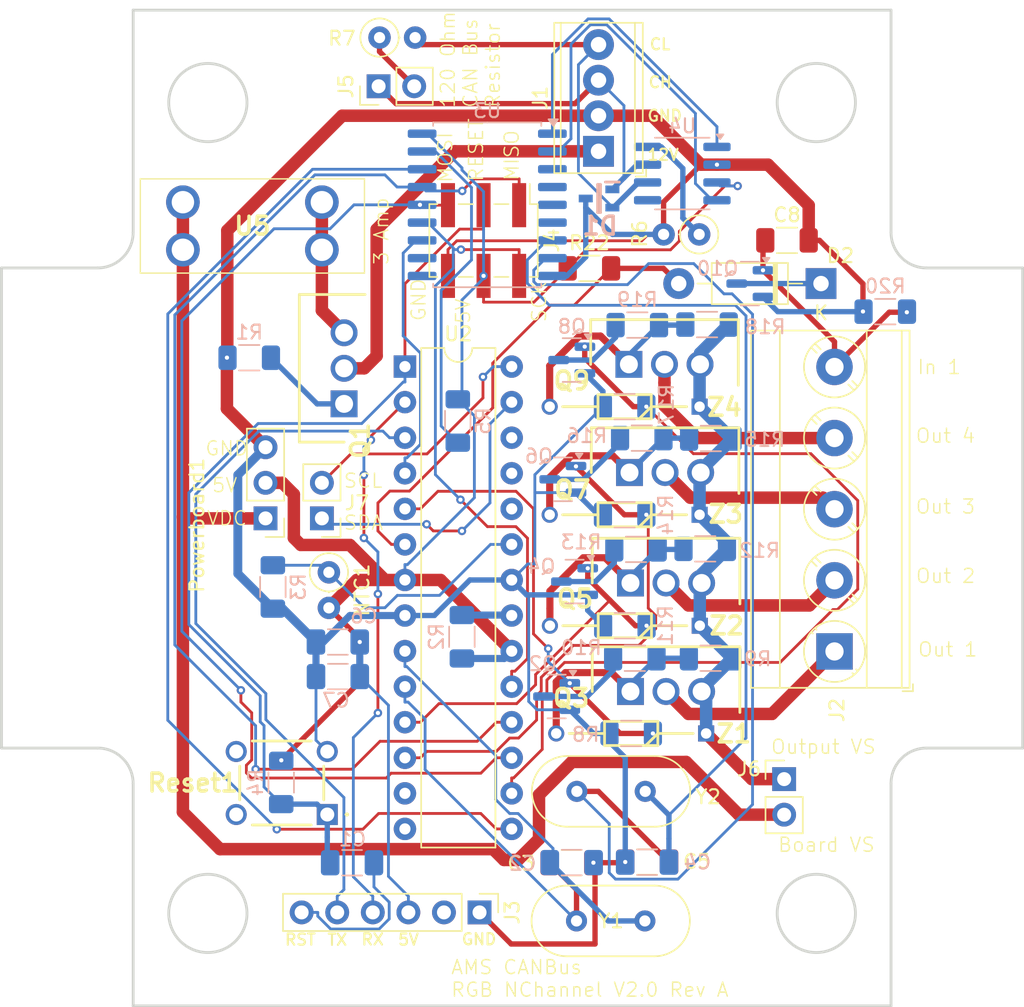
<source format=kicad_pcb>
(kicad_pcb (version 20241229) (generator "pcbnew") (generator_version "9.0")
  (layers (0 "F.Cu" signal) (2 "B.Cu" signal) (13 "F.Paste" user) (15 "B.Paste" user) (5 "F.SilkS" user "F.Silkscreen") (7 "B.SilkS" user "B.Silkscreen") (1 "F.Mask" user) (3 "B.Mask" user) (25 "Edge.Cuts" user))
  (net 0 "")
  (net 1 "GND")
  (net 2 "/BareMinAtmel328P/RESET")
  (net 3 "+5V")
  (net 4 "CANBUS_L")
  (net 5 "CANBUS_H")
  (net 6 "/BareMinAtmel328P/PB5-D13-SCK")
  (net 7 "/BareMinAtmel328P/PB3-D11-MOSI")
  (net 8 "/BareMinAtmel328P/PB4-D12-MISO")
  (net 9 "/BareMinAtmel328P/PD0-RX")
  (net 10 "/BareMinAtmel328P/PD1-TX")
  (net 11 "+VDC")
  (net 12 "/BareMinAtmel328P/PC2-A2")
  (net 13 "/BareMinAtmel328P/PD4-D4")
  (net 14 "/BareMinAtmel328P/PB0-D8")
  (net 15 "SCL")
  (net 16 "/BareMinAtmel328P/PD7-D7")
  (net 17 "/BareMinAtmel328P/PD6-D6")
  (net 18 "/BareMinAtmel328P/PC1-A1")
  (net 19 "/BareMinAtmel328P/PB2-D10-SS")
  (net 20 "SDA")
  (net 21 "/BareMinAtmel328P/PD3-D3")
  (net 22 "/BareMinAtmel328P/PD5-D5")
  (net 23 "/BareMinAtmel328P/PC3-A3")
  (net 24 "/BareMinAtmel328P/PC0-A0")
  (net 25 "Net-(Q1-Pad1)")
  (net 26 "Net-(Q1-Pad3)")
  (net 27 "/BareMinAtmel328P/AREF")
  (net 30 "/BareMinAtmel328P/PB1-D9")
  (net 31 "/BareMinAtmel328P/PD2-D2")
  (net 32 "/CANBUS-MCP2515/RXtoCANTC")
  (net 33 "/CANBUS-MCP2515/TXtoCANTC")
  (net 34 "Net-(J3-Pin_6)")
  (net 35 "Net-(U2-XTAL1{slash}PB6)")
  (net 36 "Net-(U2-XTAL2{slash}PB7)")
  (net 37 "Net-(U3-OSC2)")
  (net 38 "Net-(U3-OSC1)")
  (net 39 "Net-(J1-Pin_1)")
  (net 41 "Net-(J5-Pin_2)")
  (net 42 "Net-(U3-~{RESET})")
  (net 43 "Net-(U4-Rs)")
  (net 51 "/Output12v/Out4")
  (net 52 "/Output12v/Out2")
  (net 53 "/Output12v/Out3")
  (net 54 "/Output12v/Out1")
  (net 55 "Net-(Q2-D)")
  (net 56 "Net-(Q3-Pad1)")
  (net 57 "Net-(Q4-D)")
  (net 58 "Net-(Q5-Pad1)")
  (net 59 "Net-(Q6-D)")
  (net 60 "Net-(Q7-Pad1)")
  (net 61 "Net-(Q8-D)")
  (net 62 "Net-(Q9-Pad1)")
  (net 63 "Net-(J2-Pin_5)")
  (net 64 "Net-(D2-K)")
  (net 65 "/Output12v/VS")
  (footprint "Capacitor_SMD:C_1206_3216Metric_Pad1.33x1.80mm_HandSolder" (layer "F.Cu") (at 152.8219 117.1952)
    (property "Reference" "C3")
    (property "Value" "22pf")
  )
  (footprint "SamacSys_Parts:TO254P469X1042X1967-3P" (layer "F.Cu") (at 157.0299 104.9668)
    (property "Reference" "Q3")
    (property "Value" "IRF9Z34NPBF" (hide yes))
  )
  (footprint "Connector_PinHeader_2.54mm:PinHeader_1x02_P2.54mm_Vertical" (layer "F.Cu") (at 135 92.6026 180)
    (property "Reference" "J7")
    (property "Value" "Conn_01x02")
  )
  (footprint "SamacSys_Parts:TO254P469X1042X1967-3P" (layer "F.Cu") (at 157.0299 97.2157)
    (property "Reference" "Q5")
    (property "Value" "IRF9Z34NPBF" (hide yes))
  )
  (footprint "Resistor_THT:R_Axial_DIN0207_L6.3mm_D2.5mm_P2.54mm_Vertical" (layer "F.Cu") (at 139.1161 58.2607)
    (property "Reference" "R7")
    (property "Value" "120")
  )
  (footprint "Diode_THT:D_DO-41_SOD81_P10.16mm_Horizontal" (layer "F.Cu") (at 170.6322 75.8312 180)
    (property "Reference" "D2")
    (property "Value" "1N4007")
  )
  (footprint "TerminalBlock_Phoenix:TerminalBlock_Phoenix_MPT-0,5-4-2.54_1x04_P2.54mm_Horizontal" (layer "F.Cu") (at 154.748 66.3848 90)
    (property "Reference" "J1")
    (property "Value" "Power_And_CAN")
  )
  (footprint "TerminalBlock_Phoenix:TerminalBlock_Phoenix_MKDS-3-5-5.08_1x05_P5.08mm_Horizontal" (layer "F.Cu") (at 171.5946 102.1056 90)
    (property "Reference" "J2")
    (property "Value" "Screw_Terminal_01x05")
  )
  (footprint "Resistor_THT:R_Axial_DIN0207_L6.3mm_D2.5mm_P2.54mm_Vertical" (layer "F.Cu") (at 135.5 96.455 -90)
    (property "Reference" "NTC1")
    (property "Value" "10k")
  )
  (footprint "SamacSys_Parts:TO254P469X1042X1967-3P" (layer "F.Cu") (at 156.9614 89.3264)
    (property "Reference" "Q7")
    (property "Value" "IRF9Z34NPBF" (hide yes))
  )
  (footprint "Connector_PinHeader_2.54mm:PinHeader_1x06_P2.54mm_Vertical" (layer "F.Cu") (at 146.2546 120.7442 -90)
    (property "Reference" "J3")
    (property "Value" "TTL_Programmer")
  )
  (footprint "SamacSys_Parts:3568" (layer "F.Cu") (at 134.9995 70.018 180)
    (property "Reference" "U5")
    (property "Value" "3568" (hide yes))
  )
  (footprint "SamacSys_Parts:DIOAD1068W53L380D172" (layer "F.Cu") (at 162.4305 107.964 180)
    (property "Reference" "Z1")
    (property "Value" "BZX79C10" (hide yes))
  )
  (footprint "Resistor_SMD:R_1206_3216Metric_Pad1.30x1.75mm_HandSolder" (layer "F.Cu") (at 154.0974 74.7451)
    (property "Reference" "R22")
    (property "Value" "22k")
  )
  (footprint "Resistor_THT:R_Axial_DIN0207_L6.3mm_D2.5mm_P2.54mm_Vertical" (layer "F.Cu") (at 161.9336 72.3189 180)
    (property "Reference" "R6")
    (property "Value" "17k")
  )
  (footprint "SamacSys_Parts:TO254P469X1042X1967-3P" (layer "F.Cu") (at 156.9168 81.6004)
    (property "Reference" "Q9")
    (property "Value" "IRF9Z34NPBF" (hide yes))
  )
  (footprint "Connector_PinHeader_2.54mm:PinHeader_1x03_P2.54mm_Vertical" (layer "F.Cu") (at 130.9763 92.6026 180)
    (property "Reference" "Powerboard1")
    (property "Value" "Conn_01x03" (hide yes))
  )
  (footprint "Connector_PinHeader_2.54mm:PinHeader_2x03_P2.54mm_Vertical_SMD" (layer "F.Cu") (at 146.5423 72.757 -90)
    (property "Reference" "J4")
    (property "Value" "ICSP")
  )
  (footprint "SamacSys_Parts:DIOAD1068W53L380D172" (layer "F.Cu") (at 161.9779 100.2695 180)
    (property "Reference" "Z2")
    (property "Value" "BZX79C10" (hide yes))
  )
  (footprint "Connector_PinHeader_2.54mm:PinHeader_1x02_P2.54mm_Vertical" (layer "F.Cu") (at 168 111.225)
    (property "Reference" "J6")
    (property "Value" "Conn_01x02")
  )
  (footprint "Package_DIP:DIP-28_W7.62mm" (layer "F.Cu") (at 140.9295 81.7618)
    (property "Reference" "U2")
    (property "Value" "ATmega328P-P")
  )
  (footprint "Connector_PinHeader_2.54mm:PinHeader_1x02_P2.54mm_Vertical" (layer "F.Cu") (at 139.0496 61.7385 90)
    (property "Reference" "J5")
    (property "Value" "Conn_01x02")
  )
  (footprint "SamacSys_Parts:TO254P469X1042X1967-3P" (layer "F.Cu") (at 136.586 84.4236 90)
    (property "Reference" "Q1")
    (property "Value" "IRF9Z34NPBF" (hide yes))
  )
  (footprint "Crystal:Crystal_HC49-U_Vertical" (layer "F.Cu") (at 153.2034 112.0996)
    (property "Reference" "Y2")
    (property "Value" "16MHz")
  )
  (footprint "SamacSys_Parts:TS0266160BK260LCRD" (layer "F.Cu") (at 135.3853 113.7525 180)
    (property "Reference" "Reset1")
    (property "Value" "TS02-66-160-BK-260-LCR-D" (hide yes))
  )
  (footprint "Capacitor_SMD:C_1206_3216Metric_Pad1.33x1.80mm_HandSolder" (layer "F.Cu") (at 158.2197 117.145 180)
    (property "Reference" "C5")
    (property "Value" "22pf")
  )
  (footprint "Crystal:Crystal_HC49-U_Vertical" (layer "F.Cu") (at 153.1785 121.354)
    (property "Reference" "Y1")
    (property "Value" "16MHz")
  )
  (footprint "Resistor_SMD:R_1206_3216Metric_Pad1.30x1.75mm_HandSolder" (layer "F.Cu") (at 168.204 72.746)
    (property "Reference" "C8")
    (property "Value" "22nF")
  )
  (footprint "SamacSys_Parts:DIOAD1068W53L380D172" (layer "F.Cu") (at 161.963 84.6243 180)
    (property "Reference" "Z4")
    (property "Value" "BZX79C10" (hide yes))
  )
  (footprint "SamacSys_Parts:DIOAD1068W53L380D172" (layer "F.Cu") (at 161.963 92.3438 180)
    (property "Reference" "Z3")
    (property "Value" "BZX79C10" (hide yes))
  )
  (footprint "Resistor_SMD:R_1206_3216Metric_Pad1.30x1.75mm_HandSolder" (layer "B.Cu") (at 175.2196 77.8379 180)
    (property "Reference" "R20")
    (property "Value" "1M")
  )
  (footprint "Resistor_SMD:R_1206_3216Metric_Pad1.30x1.75mm_HandSolder" (layer "B.Cu") (at 157.8363 86.8704 180)
    (property "Reference" "R16")
    (property "Value" "10k")
  )
  (footprint "Resistor_SMD:R_1206_3216Metric_Pad1.30x1.75mm_HandSolder" (layer "B.Cu") (at 162.3672 94.7788 180)
    (property "Reference" "R12")
    (property "Value" "100k")
  )
  (footprint "Resistor_SMD:R_1206_3216Metric_Pad1.30x1.75mm_HandSolder" (layer "B.Cu") (at 156.613 92.3438 180)
    (property "Reference" "R14")
    (property "Value" "1M")
  )
  (footprint "Resistor_SMD:R_1206_3216Metric_Pad1.30x1.75mm_HandSolder" (layer "B.Cu") (at 157.5182 78.7968 180)
    (property "Reference" "R19")
    (property "Value" "10k")
  )
  (footprint "Capacitor_SMD:C_1206_3216Metric_Pad1.33x1.80mm_HandSolder" (layer "B.Cu") (at 152.8357 117.1843)
    (property "Reference" "C2")
    (property "Value" "22pf")
  )
  (footprint "Package_SO:SOIC-8_3.9x4.9mm_P1.27mm" (layer "B.Cu") (at 160.7283 67.9739 180)
    (property "Reference" "U4")
    (property "Value" "MCP2551-I-SN")
  )
  (footprint "Resistor_SMD:R_1206_3216Metric_Pad1.30x1.75mm_HandSolder" (layer "B.Cu") (at 129.8143 81.1293 180)
    (property "Reference" "R1")
    (property "Value" "10k")
  )
  (footprint "Resistor_SMD:R_1206_3216Metric_Pad1.30x1.75mm_HandSolder" (layer "B.Cu") (at 162.497 78.7591 180)
    (property "Reference" "R18")
    (property "Value" "100k")
  )
  (footprint "Package_TO_SOT_SMD:SOT-23" (layer "B.Cu") (at 152.2037 89.8124 180)
    (property "Reference" "Q6")
    (property "Value" "2N7002")
  )
  (footprint "Resistor_SMD:R_1206_3216Metric_Pad1.30x1.75mm_HandSolder" (layer "B.Cu") (at 132.0964 111.4623 -90)
    (property "Reference" "R4")
    (property "Value" "10k")
  )
  (footprint "Package_TO_SOT_SMD:SOT-23" (layer "B.Cu") (at 152.8391 81.2933 180)
    (property "Reference" "Q8")
    (property "Value" "2N7002")
  )
  (footprint "Capacitor_SMD:C_1206_3216Metric_Pad1.33x1.80mm_HandSolder" (layer "B.Cu") (at 158.2132 117.1594 180)
    (property "Reference" "C4")
    (property "Value" "22pf")
  )
  (footprint "Package_SO:SOIC-18W_7.5x11.6mm_P1.27mm" (layer "B.Cu") (at 146.8051 70.207 180)
    (property "Reference" "U3")
    (property "Value" "MCP2515-xSO")
  )
  (footprint "Resistor_SMD:R_1206_3216Metric_Pad1.30x1.75mm_HandSolder" (layer "B.Cu") (at 144.703 85.6468 90)
    (property "Reference" "R5")
    (property "Value" "10k")
  )
  (footprint "Resistor_SMD:R_1206_3216Metric_Pad1.30x1.75mm_HandSolder" (layer "B.Cu") (at 131.5 97.5 90)
    (property "Reference" "R3")
    (property "Value" "10k")
  )
  (footprint "Resistor_SMD:R_1206_3216Metric_Pad1.30x1.75mm_HandSolder" (layer "B.Cu") (at 162.7648 86.8955 180)
    (property "Reference" "R15")
    (property "Value" "100k")
  )
  (footprint "Capacitor_SMD:C_1206_3216Metric_Pad1.33x1.80mm_HandSolder" (layer "B.Cu") (at 137.1546 117.1997 180)
    (property "Reference" "C1")
    (property "Value" "100nf")
  )
  (footprint "Resistor_SMD:R_1206_3216Metric_Pad1.30x1.75mm_HandSolder" (layer "B.Cu") (at 144.9956 101.059 -90)
    (property "Reference" "R2")
    (property "Value" "4.7k")
  )
  (footprint "Resistor_SMD:R_1206_3216Metric_Pad1.30x1.75mm_HandSolder" (layer "B.Cu") (at 162.7491 102.5913 180)
    (property "Reference" "R9")
    (property "Value" "100k")
  )
  (footprint "Resistor_SMD:R_1206_3216Metric_Pad1.30x1.75mm_HandSolder" (layer "B.Cu") (at 157.0805 107.964 180)
    (property "Reference" "R8")
    (property "Value" "1M")
  )
  (footprint "Resistor_SMD:R_1206_3216Metric_Pad1.30x1.75mm_HandSolder" (layer "B.Cu") (at 157.4261 94.8166 180)
    (property "Reference" "R13")
    (property "Value" "10k")
  )
  (footprint "Resistor_SMD:R_1206_3216Metric_Pad1.30x1.75mm_HandSolder" (layer "B.Cu") (at 157.3404 102.5913 180)
    (property "Reference" "R10")
    (property "Value" "10k")
  )
  (footprint "Resistor_SMD:R_1206_3216Metric_Pad1.30x1.75mm_HandSolder" (layer "B.Cu") (at 156.6279 100.2695 180)
    (property "Reference" "R11")
    (property "Value" "1M")
  )
  (footprint "Package_TO_SOT_SMD:SOT-23" (layer "B.Cu") (at 165.5522 75.8312 180)
    (property "Reference" "Q10")
    (property "Value" "2N7002")
  )
  (footprint "Capacitor_SMD:C_1206_3216Metric_Pad1.33x1.80mm_HandSolder" (layer "B.Cu") (at 136.143 103.9017 180)
    (property "Reference" "C7")
    (property "Value" "100nf")
  )
  (footprint "SamacSys_Parts:SOT65P210X110-3N" (layer "B.Cu") (at 154.787 69.755 180)
    (property "Reference" "D1")
    (property "Value" "PESD5V0L2UU,115" (hide yes))
  )
  (footprint "Capacitor_SMD:C_1206_3216Metric_Pad1.33x1.80mm_HandSolder" (layer "B.Cu") (at 136.1393 101.4318 180)
    (property "Reference" "C6")
    (property "Value" "100nf")
  )
  (footprint "Package_TO_SOT_SMD:SOT-23" (layer "B.Cu") (at 151.7581 105.3238 180)
    (property "Reference" "Q2")
    (property "Value" "2N7002")
  )
  (footprint "Package_TO_SOT_SMD:SOT-23" (layer "B.Cu") (at 153.0389 97.1151 180)
    (property "Reference" "Q4")
    (property "Value" "2N7002")
  )
  (footprint "Resistor_SMD:R_1206_3216Metric_Pad1.30x1.75mm_HandSolder" (layer "B.Cu") (at 156.613 84.6243 180)
    (property "Reference" "R17")
    (property "Value" "1M")
  )
  (gr_curve (pts (xy 175.629317 111.545738) (xy 175.629317 110.142934) (xy 176.766514 109.005738) (xy 178.169317 109.005738)) (stroke (width 0.2)) (layer "Edge.Cuts"))
  (gr_line (start 121.5273 56.300729) (end 121.5273 72.175733) (stroke (width 0.2)) (layer "Edge.Cuts"))
  (gr_curve (pts (xy 118.9873 109.005738) (xy 120.390104 109.005738) (xy 121.5273 110.142934) (xy 121.5273 111.545738)) (stroke (width 0.2)) (layer "Edge.Cuts"))
  (gr_circle (center 170.295309 62.904725) (end 173.089309 62.904725) (stroke (width 0.2)) (fill no) (layer "Edge.Cuts"))
  (gr_line (start 175.629317 127.420721) (end 175.629317 111.545738) (stroke (width 0.2)) (layer "Edge.Cuts"))
  (gr_line (start 185.0273 74.715733) (end 178.169317 74.715733) (stroke (width 0.2)) (layer "Edge.Cuts"))
  (gr_curve (pts (xy 121.5273 72.175733) (xy 121.5273 73.578537) (xy 120.390104 74.715733) (xy 118.9873 74.715733)) (stroke (width 0.2)) (layer "Edge.Cuts"))
  (gr_line (start 121.5273 111.545738) (end 121.5273 127.420721) (stroke (width 0.2)) (layer "Edge.Cuts"))
  (gr_line (start 112.129317 74.715733) (end 112.129317 109.005738) (stroke (width 0.2)) (layer "Edge.Cuts"))
  (gr_line (start 121.5273 127.420721) (end 175.629317 127.420721) (stroke (width 0.2)) (layer "Edge.Cuts"))
  (gr_circle (center 170.295309 120.816725) (end 173.089309 120.816725) (stroke (width 0.2)) (fill no) (layer "Edge.Cuts"))
  (gr_line (start 175.629317 56.300729) (end 121.5273 56.300729) (stroke (width 0.2)) (layer "Edge.Cuts"))
  (gr_line (start 178.169317 109.005738) (end 185.0273 109.005738) (stroke (width 0.2)) (layer "Edge.Cuts"))
  (gr_circle (center 126.861309 62.904725) (end 129.655309 62.904725) (stroke (width 0.2)) (fill no) (layer "Edge.Cuts"))
  (gr_line (start 185.0273 109.005738) (end 185.0273 74.715733) (stroke (width 0.2)) (layer "Edge.Cuts"))
  (gr_line (start 112.129317 109.005738) (end 118.9873 109.005738) (stroke (width 0.2)) (layer "Edge.Cuts"))
  (gr_line (start 118.9873 74.715733) (end 112.129317 74.715733) (stroke (width 0.2)) (layer "Edge.Cuts"))
  (gr_circle (center 126.861309 120.816725) (end 129.655309 120.816725) (stroke (width 0.2)) (fill no) (layer "Edge.Cuts"))
  (gr_curve (pts (xy 178.169317 74.715733) (xy 176.766514 74.715733) (xy 175.629317 73.578537) (xy 175.629317 72.175733)) (stroke (width 0.2)) (layer "Edge.Cuts"))
  (gr_line (start 175.629317 72.175733) (end 175.629317 56.300729) (stroke (width 0.2)) (layer "Edge.Cuts"))
  (gr_text "GND" (at 142.490484 78.577179 90) (layer "F.SilkS") (effects (font (size 1 1) (thickness 0.1)) (justify left bottom)))
  (gr_text "120 Ohm \nCAN Bus \nResistor" (at 147.795716 63.344447 90) (layer "F.SilkS") (effects (font (size 1 1) (thickness 0.1)) (justify left bottom)))
  (gr_text "Out 2" (at 177.341421 97.295976 0) (layer "F.SilkS") (effects (font (size 1 1) (thickness 0.1)) (justify left bottom)))
  (gr_text "Out 1" (at 177.492293 102.551375 0) (layer "F.SilkS") (effects (font (size 1 1) (thickness 0.1)) (justify left bottom)))
  (gr_text "CH" (at 158.238874 61.920088 0) (layer "F.SilkS") (effects (font (size 0.8 0.8) (thickness 0.15) (bold yes)) (justify left bottom)))
  (gr_text "Out 3" (at 177.331994 92.342325 0) (layer "F.SilkS") (effects (font (size 1 1) (thickness 0.1)) (justify left bottom)))
  (gr_text "CL" (at 158.318615 59.208883 0) (layer "F.SilkS") (effects (font (size 0.8 0.8) (thickness 0.15) (bold yes)) (justify left bottom)))
  (gr_text "SDA" (at 136.5 93.5 0) (layer "F.SilkS") (effects (font (size 1 1) (thickness 0.1)) (justify left bottom)))
  (gr_text "SCK" (at 151.09231 78.664331 90) (layer "F.SilkS") (effects (font (size 1 1) (thickness 0.1)) (justify left bottom)))
  (gr_text "GND" (at 144.902849 123.130049 0) (layer "F.SilkS") (effects (font (size 0.8 0.8) (thickness 0.15) (bold yes)) (justify left bottom)))
  (gr_text "RST" (at 132.279025 123.156799 0) (layer "F.SilkS") (effects (font (size 0.8 0.8) (thickness 0.15) (bold yes)) (justify left bottom)))
  (gr_text "5V" (at 140.358383 123.156799 0) (layer "F.SilkS") (effects (font (size 0.8 0.8) (thickness 0.15) (bold yes)) (justify left bottom)))
  (gr_text "In 1" (at 177.452133 82.380536 0) (layer "F.SilkS") (effects (font (size 1 1) (thickness 0.1)) (justify left bottom)))
  (gr_text "Board VS" (at 167.5 116.5 0) (layer "F.SilkS") (effects (font (size 1 1) (thickness 0.1)) (justify left bottom)))
  (gr_text "MOSI" (at 144.39639 68.697574 90) (layer "F.SilkS") (effects (font (size 1 1) (thickness 0.1)) (justify left bottom)))
  (gr_text "GND" (at 158.159133 64.312328 0) (layer "F.SilkS") (effects (font (size 0.8 0.8) (thickness 0.15) (bold yes)) (justify left bottom)))
  (gr_text "RX" (at 137.744473 123.144293 0) (layer "F.SilkS") (effects (font (size 0.8 0.8) (thickness 0.15) (bold yes)) (justify left bottom)))
  (gr_text "GND" (at 126.612709 88.188441 0) (layer "F.SilkS") (effects (font (size 1 1) (thickness 0.1)) (justify left bottom)))
  (gr_text "TX" (at 135.318165 123.169306 0) (layer "F.SilkS") (effects (font (size 0.8 0.8) (thickness 0.15) (bold yes)) (justify left bottom)))
  (gr_text "12V" (at 158.159133 67.103275 0) (layer "F.SilkS") (effects (font (size 0.8 0.8) (thickness 0.15) (bold yes)) (justify left bottom)))
  (gr_text "AMS CANBus\nRGB NChannel V2.0 Rev A" (at 144.161711 126.85172 0) (layer "F.SilkS") (effects (font (size 1 1) (thickness 0.1)) (justify left bottom)))
  (gr_text "SCL" (at 136.5 90.5 0) (layer "F.SilkS") (effects (font (size 1 1) (thickness 0.1)) (justify left bottom)))
  (gr_text "5V" (at 127.091727 90.818777 0) (layer "F.SilkS") (effects (font (size 1 1) (thickness 0.1)) (justify left bottom)))
  (gr_text "3 Amp" (at 139.829903 74.55505 90) (layer "F.SilkS") (effects (font (size 1 1) (thickness 0.1)) (justify left bottom)))
  (gr_text "Output VS" (at 167 109.5 0) (layer "F.SilkS") (effects (font (size 1 1) (thickness 0.1)) (justify left bottom)))
  (gr_text "Out 4\n" (at 177.331994 87.28809 0) (layer "F.SilkS") (effects (font (size 1 1) (thickness 0.1)) (justify left bottom)))
  (gr_text "VDC" (at 126.730054 93.184004 0) (layer "F.SilkS") (effects (font (size 1 1) (thickness 0.1)) (justify left bottom)))
  (gr_text "MISO" (at 149.134678 68.555049 90) (layer "F.SilkS") (effects (font (size 1 1) (thickness 0.1)) (justify left bottom)))
  (gr_text "RESET" (at 146.592921 68.609515 90) (layer "F.SilkS") (effects (font (size 1 1) (thickness 0.1)) (justify left bottom)))
  (gr_text "5V" (at 145.665874 78.768812 90) (layer "F.SilkS") (effects (font (size 1 1) (thickness 0.1)) (justify left bottom)))
  (segment (start 136.445 63.8448) (end 128.247 72.0433) (width 0.889) (layer "F.Cu") (net 1))
  (segment (start 166.851 67.3389) (end 169.754 70.2416) (width 0.889) (layer "F.Cu") (net 1))
  (segment (start 169.754 70.2416) (end 169.754 72.746) (width 0.889) (layer "F.Cu") (net 1))
  (segment (start 128.247 81.0977) (end 128.222 81.1229) (width 0.889) (layer "F.Cu") (net 1))
  (segment (start 158.2919 72.3189) (end 157.8352 72.7756) (width 0.2) (layer "F.Cu") (net 1))
  (segment (start 154.3846 117.195) (end 156.607 117.195) (width 0.381) (layer "F.Cu") (net 1))
  (segment (start 158.565 63.8448) (end 162.059 67.3389) (width 0.889) (layer "F.Cu") (net 1))
  (segment (start 157.8352 72.7756) (end 144.632 72.7756) (width 0.2) (layer "F.Cu") (net 1))
  (segment (start 162.059 67.3389) (end 163.203 67.3389) (width 0.889) (layer "F.Cu") (net 1))
  (segment (start 159.394 72.3189) (end 159.394 70.0043) (width 0.381) (layer "F.Cu") (net 1))
  (segment (start 144.0023 75.282) (end 144.0023 73.4053) (width 0.2) (layer "F.Cu") (net 1))
  (segment (start 154.748 63.8448) (end 136.445 63.8448) (width 0.889) (layer "F.Cu") (net 1))
  (segment (start 159.394 70.0043) (end 162.059 67.3389) (width 0.381) (layer "F.Cu") (net 1))
  (segment (start 159.3936 72.3189) (end 158.2919 72.3189) (width 0.2) (layer "F.Cu") (net 1))
  (segment (start 148.511 123) (end 146.255 120.744) (width 0.381) (layer "F.Cu") (net 1))
  (segment (start 170.528 72.746) (end 169.754 72.746) (width 0.381) (layer "F.Cu") (net 1))
  (segment (start 154.748 63.8448) (end 158.565 63.8448) (width 0.889) (layer "F.Cu") (net 1))
  (segment (start 154.5 123) (end 148.511 123) (width 0.381) (layer "F.Cu") (net 1))
  (segment (start 128.247 72.0433) (end 128.247 81.0977) (width 0.889) (layer "F.Cu") (net 1))
  (segment (start 154.384 117.195) (end 154.5 117.311) (width 0.381) (layer "F.Cu") (net 1))
  (segment (start 173.627 75.8452) (end 170.528 72.746) (width 0.381) (layer "F.Cu") (net 1))
  (segment (start 163.203 67.3389) (end 166.851 67.3389) (width 0.889) (layer "F.Cu") (net 1))
  (segment (start 173.627 77.8252) (end 173.627 75.8452) (width 0.381) (layer "F.Cu") (net 1))
  (segment (start 128.222 81.1229) (end 128.222 84.7679) (width 0.889) (layer "F.Cu") (net 1))
  (segment (start 144.632 72.7756) (end 144.0023 73.4053) (width 0.2) (layer "F.Cu") (net 1))
  (segment (start 154.5 117.311) (end 154.5 123) (width 0.381) (layer "F.Cu") (net 1))
  (segment (start 128.222 84.7679) (end 130.976 87.5226) (width 0.889) (layer "F.Cu") (net 1))
  (via (at 154.384 117.195) (size 0.6) (drill 0.3) (layers "F.Cu" "B.Cu") (net 1))
  (via (at 173.627 77.8252) (size 0.6) (drill 0.3) (layers "F.Cu" "B.Cu") (net 1))
  (via (at 163.203 67.3389) (size 0.6) (drill 0.3) (layers "F.Cu" "B.Cu") (net 1))
  (via (at 156.657 117.145) (size 0.6) (drill 0.3) (layers "F.Cu" "B.Cu") (net 1))
  (via (at 128.222 81.1229) (size 0.6) (drill 0.3) (layers "F.Cu" "B.Cu") (net 1))
  (segment (start 149.6128 98.0651) (end 153.976 98.0651) (width 0.381) (layer "B.Cu") (net 1))
  (segment (start 154.386 107.964) (end 152.696 106.274) (width 0.381) (layer "B.Cu") (net 1))
  (segment (start 155.063 84.6243) (end 155.063 83.5297) (width 0.381) (layer "B.Cu") (net 1))
  (segment (start 153.976 98.0651) (end 153.976 99.168) (width 0.381) (layer "B.Cu") (net 1))
  (segment (start 134.58 108.4472) (end 135.3853 109.2525) (width 0.2) (layer "B.Cu") (net 1))
  (segment (start 135.1098 101.432) (end 137 99.5418) (width 0.508) (layer "B.Cu") (net 1))
  (segment (start 154.42 82.8865) (end 154.4198 82.8865) (width 0.2) (layer "B.Cu") (net 1))
  (segment (start 150.2032 90.7624) (end 150.2032 89.4841) (width 0.2) (layer "B.Cu") (net 1))
  (segment (start 149.765 98.2173) (end 149.765 105.6773) (width 0.2) (layer "B.Cu") (net 1))
  (segment (start 131.5 99.05) (end 129 96.55) (width 0.635) (layer "B.Cu") (net 1))
  (segment (start 153.976 99.168) (end 155.078 100.27) (width 0.381) (layer "B.Cu") (net 1))
  (segment (start 153.837 70.411) (end 155.745 72.3189) (width 0.381) (layer "B.Cu") (net 1))
  (segment (start 153.837 70.411) (end 153.837 73.9301) (width 0.381) (layer "B.Cu") (net 1))
  (segment (start 156.657 109.699) (end 156.657 117.145) (width 0.381) (layer "B.Cu") (net 1))
  (segment (start 149.694 95.8573) (end 148.5495 97.0018) (width 0.2) (layer "B.Cu") (net 1))
  (segment (start 154.4198 82.8865) (end 153.7766 82.2433) (width 0.2) (layer "B.Cu") (net 1))
  (segment (start 153.141 90.7624) (end 150.2032 90.7624) (width 0.2) (layer "B.Cu") (net 1))
  (segment (start 134.58 103.902) (end 134.58 108.4472) (width 0.2) (layer "B.Cu") (net 1))
  (segment (start 153.6683 91.2895) (end 153.1412 90.7624) (width 0.2) (layer "B.Cu") (net 1))
  (segment (start 137 99.5418) (end 140.9295 99.5418) (width 0.508) (layer "B.Cu") (net 1))
  (segment (start 134.577 101.432) (end 135.1098 101.432) (width 0.508) (layer "B.Cu") (net 1))
  (segment (start 154.723 92.3438) (end 153.6683 91.2895) (width 0.381) (layer "B.Cu") (net 1))
  (segment (start 150.3615 106.2738) (end 149.765 105.6773) (width 0.2) (layer "B.Cu") (net 1))
  (segment (start 155.745 72.3189) (end 159.3936 72.3189) (width 0.381) (layer "B.Cu") (net 1))
  (segment (start 150.2032 95.8573) (end 150.2032 90.7624) (width 0.2) (layer "B.Cu") (net 1))
  (segment (start 129 96.55) (end 129 89.4989) (width 0.635) (layer "B.Cu") (net 1))
  (segment (start 155.5305 107.964) (end 154.386 107.964) (width 0.381) (layer "B.Cu") (net 1))
  (segment (start 140.93 99.5418) (end 143.025 99.5418) (width 0.381) (layer "B.Cu") (net 1))
  (segment (start 155.063 83.5297) (end 154.42 82.8865) (width 0.381) (layer "B.Cu") (net 1))
  (segment (start 143.025 99.5418) (end 145.565 97.0018) (width 0.381) (layer "B.Cu") (net 1))
  (segment (start 149.6128 98.0651) (end 149.765 98.2173) (width 0.2) (layer "B.Cu") (net 1))
  (segment (start 152.6956 106.2738) (end 150.3615 106.2738) (width 0.2) (layer "B.Cu") (net 1))
  (segment (start 145.565 97.0018) (end 148.5495 97.0018) (width 0.381) (layer "B.Cu") (net 1))
  (segment (start 166.9426 77.2341) (end 167.546 77.8379) (width 0.381) (layer "B.Cu") (net 1))
  (segment (start 134.58 103.9017) (end 134.58 101.436) (width 0.508) (layer "B.Cu") (net 1))
  (segment (start 167.546 77.8379) (end 173.6143 77.8379) (width 0.381) (layer "B.Cu") (net 1))
  (segment (start 153.837 69.755) (end 153.837 70.411) (width 0.381) (layer "B.Cu") (net 1))
  (segment (start 153.6683 91.2895) (end 153.141 90.7624) (width 0.381) (layer "B.Cu") (net 1))
  (segment (start 155.531 108.572) (end 156.657 109.699) (width 0.381) (layer "B.Cu") (net 1))
  (segment (start 153.837 73.9301) (end 152.480099 75.287) (width 0.381) (layer "B.Cu") (net 1))
  (segment (start 166.9426 77.2341) (end 166.4897 76.7812) (width 0.2) (layer "B.Cu") (net 1))
  (segment (start 129 89.4989) (end 130.9763 87.5226) (width 0.635) (layer "B.Cu") (net 1))
  (segment (start 166.49 76.7812) (end 166.9426 77.2341) (width 0.381) (layer "B.Cu") (net 1))
  (segment (start 131.5 99.05) (end 132.195 99.05) (width 0.635) (layer "B.Cu") (net 1))
  (segment (start 150.2032 89.4841) (end 155.063 84.6243) (width 0.2) (layer "B.Cu") (net 1))
  (segment (start 148.5495 97.0018) (end 149.6128 98.0651) (width 0.381) (layer "B.Cu") (net 1))
  (segment (start 154.42 82.8865) (end 153.777 82.2433) (width 0.381) (layer "B.Cu") (net 1))
  (segment (start 152.480099 75.287) (end 151.4551 75.287) (width 0.381) (layer "B.Cu") (net 1))
  (segment (start 132.195 99.05) (end 134.5768 101.4318) (width 0.635) (layer "B.Cu") (net 1))
  (segment (start 150.2032 95.8573) (end 149.694 95.8573) (width 0.2) (layer "B.Cu") (net 1))
  (segment (start 140.9295 75.8448) (end 140.9295 81.7618) (width 0.2) (layer "F.Cu") (net 2))
  (segment (start 146.5423 70.232) (end 146.5423 71.9424) (width 0.2) (layer "F.Cu") (net 2))
  (segment (start 146.5423 71.9424) (end 144.8319 71.9424) (width 0.2) (layer "F.Cu") (net 2))
  (segment (start 144.8319 71.9424) (end 140.9295 75.8448) (width 0.2) (layer "F.Cu") (net 2))
  (segment (start 137.8458 85.8274) (end 140.8097 82.8635) (width 0.2) (layer "B.Cu") (net 2))
  (segment (start 134.645 113.012) (end 135.385 113.752) (width 0.381) (layer "B.Cu") (net 2))
  (segment (start 130.599 107.1323) (end 130.599 105.2787) (width 0.2) (layer "B.Cu") (net 2))
  (segment (start 130.8712 107.4045) (end 130.599 107.1323) (width 0.2) (layer "B.Cu") (net 2))
  (segment (start 130.8712 111.787) (end 130.8712 107.4045) (width 0.2) (layer "B.Cu") (net 2))
  (segment (start 135.385 115.3725) (end 135.3853 115.3722) (width 0.2) (layer "B.Cu") (net 2))
  (segment (start 132.0964 113.012) (end 134.645 113.012) (width 0.381) (layer "B.Cu") (net 2))
  (segment (start 140.9295 82.8635) (end 140.9295 81.7618) (width 0.2) (layer "B.Cu") (net 2))
  (segment (start 125.5 100.1797) (end 125.5 90.7707) (width 0.2) (layer "B.Cu") (net 2))
  (segment (start 135.385 113.752) (end 135.385 115.3725) (width 0.381) (layer "B.Cu") (net 2))
  (segment (start 140.8097 82.8635) (end 140.9295 82.8635) (width 0.2) (layer "B.Cu") (net 2))
  (segment (start 135.385 115.3725) (end 135.385 116.993) (width 0.381) (layer "B.Cu") (net 2))
  (segment (start 135.3853 115.3722) (end 135.3853 113.7525) (width 0.2) (layer "B.Cu") (net 2))
  (segment (start 125.5 90.7707) (end 130.4433 85.8274) (width 0.2) (layer "B.Cu") (net 2))
  (segment (start 132.0962 113.012) (end 130.8712 111.787) (width 0.2) (layer "B.Cu") (net 2))
  (segment (start 130.4433 85.8274) (end 137.8458 85.8274) (width 0.2) (layer "B.Cu") (net 2))
  (segment (start 130.599 105.2787) (end 125.5 100.1797) (width 0.2) (layer "B.Cu") (net 2))
  (segment (start 132.103 109.881) (end 137.702 104.282) (width 0.381) (layer "F.Cu") (net 3))
  (segment (start 152.5474 74.7451) (end 153.8719 73.4206) (width 0.2) (layer "F.Cu") (net 3))
  (segment (start 146.5423 75.282) (end 146.5423 77.1587) (width 0.2) (layer "F.Cu") (net 3))
  (segment (start 137.702 101.197) (end 135.5 98.995) (width 0.381) (layer "F.Cu") (net 3))
  (segment (start 133.5 94.5) (end 136.9982 94.5) (width 0.889) (layer "F.Cu") (net 3))
  (segment (start 137.702 104.282) (end 137.702 101.432) (width 0.381) (layer "F.Cu") (net 3))
  (segment (start 153.8719 73.4206) (end 159.8897 73.4206) (width 0.2) (layer "F.Cu") (net 3))
  (segment (start 133 94) (end 133.5 94.5) (width 0.889) (layer "F.Cu") (net 3))
  (segment (start 136.9982 94.5) (end 139.5 97.0018) (width 0.889) (layer "F.Cu") (net 3))
  (segment (start 163.7602 68.8622) (end 164.6806 68.8622) (width 0.2) (layer "F.Cu") (net 3))
  (segment (start 160.5193 72.791) (end 160.5193 72.1031) (width 0.2) (layer "F.Cu") (net 3))
  (segment (start 130.9763 90.0626) (end 132.178381 90.0626) (width 0.889) (layer "F.Cu") (net 3))
  (segment (start 137.702 101.432) (end 137.702 101.197) (width 0.381) (layer "F.Cu") (net 3))
  (segment (start 146.5423 77.1587) (end 150.1338 77.1587) (width 0.2) (layer "F.Cu") (net 3))
  (segment (start 140.9295 97.0018) (end 139.5 97.0018) (width 0.889) (layer "F.Cu") (net 3))
  (segment (start 132.178381 90.0626) (end 133 90.884219) (width 0.889) (layer "F.Cu") (net 3))
  (segment (start 159.8897 73.4206) (end 160.5193 72.791) (width 0.2) (layer "F.Cu") (net 3))
  (segment (start 139.5 97.0018) (end 137.4932 97.0018) (width 0.889) (layer "F.Cu") (net 3))
  (segment (start 133 90.884219) (end 133 94) (width 0.889) (layer "F.Cu") (net 3))
  (segment (start 160.5193 72.1031) (end 163.7602 68.8622) (width 0.2) (layer "F.Cu") (net 3))
  (segment (start 137.4932 97.0018) (end 135.5 98.995) (width 0.889) (layer "F.Cu") (net 3))
  (segment (start 140.93 97.0018) (end 143.47 97.0018) (width 0.889) (layer "F.Cu") (net 3))
  (segment (start 150.1338 77.1587) (end 152.5474 74.7451) (width 0.2) (layer "F.Cu") (net 3))
  (segment (start 143.47 97.0018) (end 148.5497 102.0816) (width 0.889) (layer "F.Cu") (net 3))
  (via (at 132.103 109.881) (size 0.6) (drill 0.3) (layers "F.Cu" "B.Cu") (net 3))
  (via (at 164.6806 68.8622) (size 0.6) (drill 0.3) (layers "F.Cu" "B.Cu") (net 3))
  (via (at 137.702 101.432) (size 0.6) (drill 0.3) (layers "F.Cu" "B.Cu") (net 3))
  (via (at 146.5423 75.282) (size 0.6) (drill 0.3) (layers "F.Cu" "B.Cu") (net 3))
  (segment (start 137.706 101.436) (end 137.706 103.9017) (width 0.508) (layer "B.Cu") (net 3))
  (segment (start 148.022 102.609) (end 148.5498 102.0822) (width 0.508) (layer "B.Cu") (net 3))
  (segment (start 145 83.7998) (end 145 77) (width 0.2) (layer "B.Cu") (net 3))
  (segment (start 141.1125 95.9001) (end 145.886 91.1266) (width 0.2) (layer "B.Cu") (net 3))
  (segment (start 140.9295 95.9001) (end 141.1125 95.9001) (width 0.2) (layer "B.Cu") (net 3))
  (segment (start 145.886 85.2798) (end 144.703 84.0968) (width 0.2) (layer "B.Cu") (net 3))
  (segment (start 146.5423 75.4577) (end 146.5423 75.282) (width 0.2) (layer "B.Cu") (net 3))
  (segment (start 145 77) (end 146.5423 75.4577) (width 0.2) (layer "B.Cu") (net 3))
  (segment (start 164.6806 68.8622) (end 163.4566 68.8622) (width 0.2) (layer "B.Cu") (net 3))
  (segment (start 144.996 102.609) (end 148.022 102.609) (width 0.508) (layer "B.Cu") (net 3))
  (segment (start 145 67.7255) (end 145 67.5682) (width 0.2) (layer "B.Cu") (net 3))
  (segment (start 139.7515 118.1694) (end 139.7515 105.9475) (width 0.2) (layer "B.Cu") (net 3))
  (segment (start 141.1746 119.5925) (end 139.7515 118.1694) (width 0.2) (layer "B.Cu") (net 3))
  (segment (start 146.5423 75.282) (end 146.5423 69.2678) (width 0.2) (layer "B.Cu") (net 3))
  (segment (start 163.4566 68.8622) (end 163.2033 68.6089) (width 0.2) (layer "B.Cu") (net 3))
  (segment (start 140.9295 97.0018) (end 140.9295 95.9001) (width 0.2) (layer "B.Cu") (net 3))
  (segment (start 145 67.5682) (end 142.5588 65.127) (width 0.2) (layer "B.Cu") (net 3))
  (segment (start 139.7515 105.9475) (end 137.706 103.902) (width 0.2) (layer "B.Cu") (net 3))
  (segment (start 145.886 91.1266) (end 145.886 85.2798) (width 0.2) (layer "B.Cu") (net 3))
  (segment (start 141.1746 120.7442) (end 141.1746 119.5925) (width 0.2) (layer "B.Cu") (net 3))
  (segment (start 145 67.7255) (end 146.5423 69.2678) (width 0.2) (layer "B.Cu") (net 3))
  (segment (start 142.16 58.7648) (end 141.656 58.2607) (width 0.381) (layer "F.Cu") (net 4))
  (segment (start 154.748 58.7648) (end 142.16 58.7648) (width 0.381) (layer "F.Cu") (net 4))
  (segment (start 153.314 67.9455) (end 155.7735 70.405) (width 0.2) (layer "B.Cu") (net 4))
  (segment (start 157.606 68.6089) (end 155.81 70.405) (width 0.381) (layer "B.Cu") (net 4))
  (segment (start 153.314 60.1988) (end 153.314 67.9455) (width 0.2) (layer "B.Cu") (net 4))
  (segment (start 154.748 58.7648) (end 153.314 60.1988) (width 0.2) (layer "B.Cu") (net 4))
  (segment (start 153.074 62.979) (end 140.29 62.979) (width 0.381) (layer "F.Cu") (net 5))
  (segment (start 140.29 62.979) (end 139.05 61.7385) (width 0.381) (layer "F.Cu") (net 5))
  (segment (start 154.748 61.3048) (end 153.074 62.979) (width 0.381) (layer "F.Cu") (net 5))
  (segment (start 156.5629 68.2791) (end 156.5629 63.1197) (width 0.2) (layer "B.Cu") (net 5))
  (segment (start 156.5629 63.1197) (end 154.748 61.3048) (width 0.2) (layer "B.Cu") (net 5))
  (segment (start 156.5629 68.2791) (end 157.503 67.3389) (width 0.381) (layer "B.Cu") (net 5))
  (segment (start 155.737 69.105) (end 156.5629 68.2791) (width 0.381) (layer "B.Cu") (net 5))
  (segment (start 149.0823 73.4053) (end 144.9267 73.4053) (width 0.2) (layer "F.Cu") (net 6))
  (segment (start 148.5495 104.6218) (end 148.5495 103.5201) (width 0.2) (layer "F.Cu") (net 6))
  (segment (start 149.678 94.0174) (end 149.678 102.6199) (width 0.2) (layer "F.Cu") (net 6))
  (segment (start 148.7778 103.5201) (end 148.5495 103.5201) (width 0.2) (layer "F.Cu") (net 6))
  (segment (start 149.678 102.6199) (end 148.7778 103.5201) (width 0.2) (layer "F.Cu") (net 6))
  (segment (start 149.0823 75.282) (end 149.0823 73.4053) (width 0.2) (layer "F.Cu") (net 6))
  (segment (start 148.8524 93.1918) (end 149.678 94.0174) (width 0.2) (layer "F.Cu") (net 6))
  (segment (start 144.8923 91.2694) (end 146.8147 93.1918) (width 0.2) (layer "F.Cu") (net 6))
  (segment (start 146.8147 93.1918) (end 148.8524 93.1918) (width 0.2) (layer "F.Cu") (net 6))
  (via (at 144.8923 91.2694) (size 0.6) (drill 0.3) (layers "F.Cu" "B.Cu") (net 6))
  (via (at 144.9267 73.4053) (size 0.6) (drill 0.3) (layers "F.Cu" "B.Cu") (net 6))
  (segment (start 144.379 73.2848) (end 144.379 73.4053) (width 0.2) (layer "B.Cu") (net 6))
  (segment (start 144.379 73.4053) (end 144.379 74.7278) (width 0.2) (layer "B.Cu") (net 6))
  (segment (start 143.1022 76.0046) (end 143.1022 89.4793) (width 0.2) (layer "B.Cu") (net 6))
  (segment (start 142.5712 71.477) (end 144.379 73.2848) (width 0.2) (layer "B.Cu") (net 6))
  (segment (start 143.1022 89.4793) (end 144.8923 91.2694) (width 0.2) (layer "B.Cu") (net 6))
  (segment (start 144.379 74.7278) (end 143.1022 76.0046) (width 0.2) (layer "B.Cu") (net 6))
  (segment (start 144.379 73.4053) (end 144.9267 73.4053) (width 0.2) (layer "B.Cu") (net 6))
  (segment (start 147.4478 109.7018) (end 146.3461 110.8035) (width 0.2) (layer "F.Cu") (net 7))
  (segment (start 129.2193 105.7193) (end 129.2193 104.8804) (width 0.2) (layer "F.Cu") (net 7))
  (segment (start 142.025 70.232) (end 144.0023 70.232) (width 0.2) (layer "F.Cu") (net 7))
  (segment (start 146.3461 110.8035) (end 139.9433 110.8035) (width 0.2) (layer "F.Cu") (net 7))
  (segment (start 129.9906 109.8521) (end 129.9906 106.4906) (width 0.2) (layer "F.Cu") (net 7))
  (segment (start 129.9906 106.4906) (end 129.2193 105.7193) (width 0.2) (layer "F.Cu") (net 7))
  (segment (start 139.6001 111.1467) (end 129.9785 111.1467) (width 0.2) (layer "F.Cu") (net 7))
  (segment (start 129.6097 110.7779) (end 129.6097 110.233) (width 0.2) (layer "F.Cu") (net 7))
  (segment (start 129.6097 110.233) (end 129.9906 109.8521) (width 0.2) (layer "F.Cu") (net 7))
  (segment (start 139.9433 110.8035) (end 139.6001 111.1467) (width 0.2) (layer "F.Cu") (net 7))
  (segment (start 142 70.207) (end 142.025 70.232) (width 0.2) (layer "F.Cu") (net 7))
  (segment (start 148.5495 109.7018) (end 147.4478 109.7018) (width 0.2) (layer "F.Cu") (net 7))
  (segment (start 129.9785 111.1467) (end 129.6097 110.7779) (width 0.2) (layer "F.Cu") (net 7))
  (via (at 142 70.207) (size 0.6) (drill 0.3) (layers "F.Cu" "B.Cu") (net 7))
  (via (at 129.2193 104.8804) (size 0.6) (drill 0.3) (layers "F.Cu" "B.Cu") (net 7))
  (segment (start 142.1551 70.207) (end 142 70.207) (width 0.2) (layer "B.Cu") (net 7))
  (segment (start 142 70.207) (end 137.293 70.207) (width 0.2) (layer "B.Cu") (net 7))
  (segment (start 131.583 71.917) (end 125 78.5) (width 0.2) (layer "B.Cu") (net 7))
  (segment (start 125 78.5) (end 125 100.6611) (width 0.2) (layer "B.Cu") (net 7))
  (segment (start 135.583 71.917) (end 131.583 71.917) (width 0.2) (layer "B.Cu") (net 7))
  (segment (start 137.293 70.207) (end 135.583 71.917) (width 0.2) (layer "B.Cu") (net 7))
  (segment (start 125 100.6611) (end 129.2193 104.8804) (width 0.2) (layer "B.Cu") (net 7))
  (segment (start 139.1483 108.5244) (end 137.1554 110.5173) (width 0.2) (layer "F.Cu") (net 8))
  (segment (start 149.0823 68.3553) (end 145.8796 68.3553) (width 0.2) (layer "F.Cu") (net 8))
  (segment (start 137.1554 110.5173) (end 130.2702 110.5173) (width 0.2) (layer "F.Cu") (net 8))
  (segment (start 145.8796 68.3553) (end 145.0196 69.2153) (width 0.2) (layer "F.Cu") (net 8))
  (segment (start 147.4478 107.1618) (end 146.0852 108.5244) (width 0.2) (layer "F.Cu") (net 8))
  (segment (start 149.0823 70.232) (end 149.0823 68.3553) (width 0.2) (layer "F.Cu") (net 8))
  (segment (start 148.5495 107.1618) (end 147.4478 107.1618) (width 0.2) (layer "F.Cu") (net 8))
  (segment (start 146.0852 108.5244) (end 139.1483 108.5244) (width 0.2) (layer "F.Cu") (net 8))
  (via (at 145.0196 69.2153) (size 0.6) (drill 0.3) (layers "F.Cu" "B.Cu") (net 8))
  (via (at 130.2702 110.5173) (size 0.6) (drill 0.3) (layers "F.Cu" "B.Cu") (net 8))
  (segment (start 134.4991 68.068) (end 139.5 68.068) (width 0.2) (layer "B.Cu") (net 8))
  (segment (start 130.2702 107.4107) (end 124.5 101.6405) (width 0.2) (layer "B.Cu") (net 8))
  (segment (start 130.2702 110.5173) (end 130.2702 107.4107) (width 0.2) (layer "B.Cu") (net 8))
  (segment (start 142.1551 68.937) (end 142.4334 69.2153) (width 0.2) (layer "B.Cu") (net 8))
  (segment (start 142.4334 69.2153) (end 145.0196 69.2153) (width 0.2) (layer "B.Cu") (net 8))
  (segment (start 124.5 78.0671) (end 134.4991 68.068) (width 0.2) (layer "B.Cu") (net 8))
  (segment (start 124.5 101.6405) (end 124.5 78.0671) (width 0.2) (layer "B.Cu") (net 8))
  (segment (start 139.5 68.068) (end 140.369 68.937) (width 0.2) (layer "B.Cu") (net 8))
  (segment (start 140.369 68.937) (end 142.1551 68.937) (width 0.2) (layer "B.Cu") (net 8))
  (segment (start 138 94) (end 138 89.5) (width 0.2) (layer "F.Cu") (net 9))
  (segment (start 139 106.5) (end 139 98) (width 0.2) (layer "F.Cu") (net 9))
  (segment (start 140.9295 84.3018) (end 138.5 86.7313) (width 0.2) (layer "F.Cu") (net 9))
  (segment (start 138.5 86.7313) (end 138.5 87) (width 0.2) (layer "F.Cu") (net 9))
  (via (at 138 89.5) (size 0.6) (drill 0.3) (layers "F.Cu" "B.Cu") (net 9))
  (via (at 138.5 87) (size 0.6) (drill 0.3) (layers "F.Cu" "B.Cu") (net 9))
  (via (at 139 106.5) (size 0.6) (drill 0.3) (layers "F.Cu" "B.Cu") (net 9))
  (via (at 139 98) (size 0.6) (drill 0.3) (layers "F.Cu" "B.Cu") (net 9))
  (via (at 138 94) (size 0.6) (drill 0.3) (layers "F.Cu" "B.Cu") (net 9))
  (segment (start 139 98) (end 139 95) (width 0.2) (layer "B.Cu") (net 9))
  (segment (start 139 95) (end 138 94) (width 0.2) (layer "B.Cu") (net 9))
  (segment (start 138.6346 120.7442) (end 138.6346 119.5925) (width 0.2) (layer "B.Cu") (net 9))
  (segment (start 137.2448 108.2552) (end 139 106.5) (width 0.2) (layer "B.Cu") (net 9))
  (segment (start 138.6346 119.5925) (end 137.2448 118.2027) (width 0.2) (layer "B.Cu") (net 9))
  (segment (start 137.2448 118.2027) (end 137.2448 108.2552) (width 0.2) (layer "B.Cu") (net 9))
  (segment (start 138 87.5) (end 138.5 87) (width 0.2) (layer "B.Cu") (net 9))
  (segment (start 138 89.5) (end 138 87.5) (width 0.2) (layer "B.Cu") (net 9))
  (segment (start 130.4877 86.3678) (end 139.3538 86.3678) (width 0.2) (layer "B.Cu") (net 10))
  (segment (start 136.5717 119.1154) (end 136.5717 112.5379) (width 0.2) (layer "B.Cu") (net 10))
  (segment (start 136.5717 112.5379) (end 131 106.9662) (width 0.2) (layer "B.Cu") (net 10))
  (segment (start 126 100.1126) (end 126 90.87114) (width 0.2) (layer "B.Cu") (net 10))
  (segment (start 136.0946 120.7442) (end 136.0946 119.5925) (width 0.2) (layer "B.Cu") (net 10))
  (segment (start 131 105.1126) (end 126 100.1126) (width 0.2) (layer "B.Cu") (net 10))
  (segment (start 131 106.9662) (end 131 105.1126) (width 0.2) (layer "B.Cu") (net 10))
  (segment (start 139.3538 86.3678) (end 139.8278 86.8418) (width 0.2) (layer "B.Cu") (net 10))
  (segment (start 139.8278 86.8418) (end 140.9295 86.8418) (width 0.2) (layer "B.Cu") (net 10))
  (segment (start 130.49552 86.37562) (end 130.4877 86.3678) (width 0.2) (layer "B.Cu") (net 10))
  (segment (start 136.0946 119.5925) (end 136.5717 119.1154) (width 0.2) (layer "B.Cu") (net 10))
  (segment (start 126 90.87114) (end 130.49552 86.37562) (width 0.2) (layer "B.Cu") (net 10))
  (segment (start 150.5 115.5) (end 150.5 112.347) (width 0.889) (layer "F.Cu") (net 11))
  (segment (start 127.726 116.226) (end 147.226 116.226) (width 0.889) (layer "F.Cu") (net 11))
  (segment (start 130.9763 92.6026) (end 125.1821 92.6026) (width 0.889) (layer "F.Cu") (net 11))
  (segment (start 125.0795 70.018) (end 125.0795 73.418) (width 0.889) (layer "F.Cu") (net 11))
  (segment (start 125.0795 113.5795) (end 127.726 116.226) (width 0.889) (layer "F.Cu") (net 11))
  (segment (start 150.5 112.347) (end 152.847 110) (width 0.889) (layer "F.Cu") (net 11))
  (segment (start 125.1821 92.6026) (end 125.0795 92.5) (width 0.889) (layer "F.Cu") (net 11))
  (segment (start 149 117) (end 150.5 115.5) (width 0.889) (layer "F.Cu") (net 11))
  (segment (start 125.0795 92.5) (end 125.0795 73.418) (width 0.889) (layer "F.Cu") (net 11))
  (segment (start 147.226 116.226) (end 148 117) (width 0.889) (layer "F.Cu") (net 11))
  (segment (start 161 110) (end 164.765 113.765) (width 0.889) (layer "F.Cu") (net 11))
  (segment (start 164.765 113.765) (end 168 113.765) (width 0.889) (layer "F.Cu") (net 11))
  (segment (start 125.0795 92.5) (end 125.0795 113.5795) (width 0.889) (layer "F.Cu") (net 11))
  (segment (start 148 117) (end 149 117) (width 0.889) (layer "F.Cu") (net 11))
  (segment (start 152.847 110) (end 161 110) (width 0.889) (layer "F.Cu") (net 11))
  (segment (start 139.8482 90.6518) (end 141.254 90.6518) (width 0.2) (layer "F.Cu") (net 13))
  (segment (start 139 91.5) (end 139.8482 90.6518) (width 0.2) (layer "F.Cu") (net 13))
  (segment (start 151.3386 77.3712) (end 153.0209 77.3712) (width 0.2) (layer "F.Cu") (net 13))
  (segment (start 147.1968 81.513) (end 151.3386 77.3712) (width 0.2) (layer "F.Cu") (net 13))
  (segment (start 140.9295 94.4618) (end 139.9618 94.4618) (width 0.2) (layer "F.Cu") (net 13))
  (segment (start 147.1968 84.709) (end 147.1968 81.513) (width 0.2) (layer "F.Cu") (net 13))
  (segment (start 159.386 74.7451) (end 160.472 75.8312) (width 0.381) (layer "F.Cu") (net 13))
  (segment (start 153.0209 77.3712) (end 155.647 74.7451) (width 0.2) (layer "F.Cu") (net 13))
  (segment (start 141.254 90.6518) (end 147.1968 84.709) (width 0.2) (layer "F.Cu") (net 13))
  (segment (start 139 93.5) (end 139 91.5) (width 0.2) (layer "F.Cu") (net 13))
  (segment (start 139.9618 94.4618) (end 139 93.5) (width 0.2) (layer "F.Cu") (net 13))
  (segment (start 155.6474 74.7451) (end 159.386 74.7451) (width 0.381) (layer "F.Cu") (net 13))
  (segment (start 146.5 84) (end 146.5 82.5) (width 0.2) (layer "F.Cu") (net 15))
  (segment (start 137.0626 88) (end 142.5 88) (width 0.2) (layer "F.Cu") (net 15))
  (segment (start 135 90.0626) (end 137.0626 88) (width 0.2) (layer "F.Cu") (net 15))
  (segment (start 142.5 88) (end 146.5 84) (width 0.2) (layer "F.Cu") (net 15))
  (via (at 146.5 82.5) (size 0.6) (drill 0.3) (layers "F.Cu" "B.Cu") (net 15))
  (segment (start 148.5495 81.7618) (end 147.2382 81.7618) (width 0.2) (layer "B.Cu") (net 15))
  (segment (start 147.2382 81.7618) (end 146.5 82.5) (width 0.2) (layer "B.Cu") (net 15))
  (segment (start 158.8319 100.4721) (end 158.8319 99.5473) (width 0.2) (layer "F.Cu") (net 17))
  (segment (start 150.3294 105.2645) (end 150.6605 104.9334) (width 0.2) (layer "F.Cu") (net 17))
  (segment (start 142.4877 109.2453) (end 147.4479 109.2453) (width 0.2) (layer "F.Cu") (net 17))
  (segment (start 150.3294 107.0029) (end 150.3294 105.2645) (width 0.2) (layer "F.Cu") (net 17))
  (segment (start 150.6605 103.9534) (end 152.9382 101.6757) (width 0.2) (layer "F.Cu") (net 17))
  (segment (start 150.6605 104.9334) (end 150.6605 103.9534) (width 0.2) (layer "F.Cu") (net 17))
  (segment (start 158.8319 99.5473) (end 158.2999 99.0153) (width 0.2) (layer "F.Cu") (net 17))
  (segment (start 156.594 92.3438) (end 158.163 92.3438) (width 0.381) (layer "F.Cu") (net 17))
  (segment (start 152.9382 101.6757) (end 157.6283 101.6757) (width 0.2) (layer "F.Cu") (net 17))
  (segment (start 140.9295 109.7018) (end 142.0312 109.7018) (width 0.2) (layer "F.Cu") (net 17))
  (segment (start 148.403 108.2902) (end 149.0421 108.2902) (width 0.2) (layer "F.Cu") (net 17))
  (segment (start 153.138 88.8874) (end 156.594 92.3438) (width 0.381) (layer "F.Cu") (net 17))
  (segment (start 149.0421 108.2902) (end 150.3294 107.0029) (width 0.2) (layer "F.Cu") (net 17))
  (segment (start 158.2999 99.0153) (end 158.2999 92.4807) (width 0.2) (layer "F.Cu") (net 17))
  (segment (start 142.0312 109.7018) (end 142.4877 109.2453) (width 0.2) (layer "F.Cu") (net 17))
  (segment (start 147.4479 109.2453) (end 148.403 108.2902) (width 0.2) (layer "F.Cu") (net 17))
  (segment (start 157.6283 101.6757) (end 158.8319 100.4721) (width 0.2) (layer "F.Cu") (net 17))
  (segment (start 158.2999 92.4807) (end 158.163 92.3438) (width 0.2) (layer "F.Cu") (net 17))
  (via (at 158.163 92.3438) (size 0.6) (drill 0.3) (layers "F.Cu" "B.Cu") (net 17))
  (via (at 153.138 88.8874) (size 0.6) (drill 0.3) (layers "F.Cu" "B.Cu") (net 17))
  (segment (start 173.2543 97.6621) (end 173.2543 91.3261) (width 0.2) (layer "F.Cu") (net 19))
  (segment (start 171.485 99.1151) (end 171.8013 99.1151) (width 0.2) (layer "F.Cu") (net 19))
  (segment (start 161.5185 87.9798) (end 158.163 84.6243) (width 0.2) (layer "F.Cu") (net 19))
  (segment (start 151.0622 104.1516) (end 152.3236 102.8902) (width 0.2) (layer "F.Cu") (net 19))
  (segment (start 148.6872 111.1401) (end 150.7311 109.0962) (width 0.2) (layer "F.Cu") (net 19))
  (segment (start 169.908 87.9798) (end 161.5185 87.9798) (width 0.2) (layer "F.Cu") (net 19))
  (segment (start 167.7099 102.8902) (end 171.485 99.1151) (width 0.2) (layer "F.Cu") (net 19))
  (segment (start 148.5495 112.2418) (end 148.5495 111.1401) (width 0.2) (layer "F.Cu") (net 19))
  (segment (start 171.8013 99.1151) (end 173.2543 97.6621) (width 0.2) (layer "F.Cu") (net 19))
  (segment (start 148.5495 111.1401) (end 148.6872 111.1401) (width 0.2) (layer "F.Cu") (net 19))
  (segment (start 153.764 80.3352) (end 153.764 81.149) (width 0.381) (layer "F.Cu") (net 19))
  (segment (start 157.24 84.6243) (end 158.163 84.6243) (width 0.381) (layer "F.Cu") (net 19))
  (segment (start 150.7311 105.4308) (end 151.0622 105.0997) (width 0.2) (layer "F.Cu") (net 19))
  (segment (start 152.3236 102.8902) (end 167.7099 102.8902) (width 0.2) (layer "F.Cu") (net 19))
  (segment (start 151.0622 105.0997) (end 151.0622 104.1516) (width 0.2) (layer "F.Cu") (net 19))
  (segment (start 173.2543 91.3261) (end 169.908 87.9798) (width 0.2) (layer "F.Cu") (net 19))
  (segment (start 153.764 81.149) (end 157.24 84.6243) (width 0.381) (layer "F.Cu") (net 19))
  (segment (start 150.7311 109.0962) (end 150.7311 105.4308) (width 0.2) (layer "F.Cu") (net 19))
  (via (at 153.764 80.3352) (size 0.6) (drill 0.3) (layers "F.Cu" "B.Cu") (net 19))
  (via (at 158.163 84.6243) (size 0.6) (drill 0.3) (layers "F.Cu" "B.Cu") (net 19))
  (segment (start 142.9544 93.5) (end 145 93.5) (width 0.2) (layer "F.Cu") (net 20))
  (segment (start 142.4772 93.0228) (end 142.9544 93.5) (width 0.2) (layer "F.Cu") (net 20))
  (via (at 142.4772 93.0228) (size 0.6) (drill 0.3) (layers "F.Cu" "B.Cu") (net 20))
  (via (at 145 93.5) (size 0.6) (drill 0.3) (layers "F.Cu" "B.Cu") (net 20))
  (segment (start 147 91.5) (end 145 93.5) (width 0.2) (layer "B.Cu") (net 20))
  (segment (start 135.4202 93.0228) (end 142.4772 93.0228) (width 0.2) (layer "B.Cu") (net 20))
  (segment (start 147 85.8513) (end 147 91.5) (width 0.2) (layer "B.Cu") (net 20))
  (segment (start 148.5495 84.3018) (end 147 85.8513) (width 0.2) (layer "B.Cu") (net 20))
  (segment (start 151.1595 101.9064) (end 150.1066 100.8535) (width 0.2) (layer "F.Cu") (net 21))
  (segment (start 150.1066 100.8535) (end 150.1066 91.9149) (width 0.2) (layer "F.Cu") (net 21))
  (segment (start 140.9295 91.9218) (end 142.0312 91.9218) (width 0.2) (layer "F.Cu") (net 21))
  (segment (start 148.8594 90.6677) (end 143.2853 90.6677) (width 0.2) (layer "F.Cu") (net 21))
  (segment (start 152.696 104.374) (end 156.286 107.964) (width 0.381) (layer "F.Cu") (net 21))
  (segment (start 143.2853 90.6677) (end 142.0312 91.9218) (width 0.2) (layer "F.Cu") (net 21))
  (segment (start 156.286 107.964) (end 158.631 107.964) (width 0.381) (layer "F.Cu") (net 21))
  (segment (start 150.1066 91.9149) (end 148.8594 90.6677) (width 0.2) (layer "F.Cu") (net 21))
  (via (at 158.631 107.964) (size 0.6) (drill 0.3) (layers "F.Cu" "B.Cu") (net 21))
  (via (at 151.1595 101.9064) (size 0.6) (drill 0.3) (layers "F.Cu" "B.Cu") (net 21))
  (via (at 152.696 104.374) (size 0.6) (drill 0.3) (layers "F.Cu" "B.Cu") (net 21))
  (segment (start 151.1595 102.8377) (end 151.1595 101.9064) (width 0.2) (layer "B.Cu") (net 21))
  (segment (start 152.6956 104.3738) (end 151.1595 102.8377) (width 0.2) (layer "B.Cu") (net 21))
  (segment (start 148.905 105.8359) (end 150.2587 104.4822) (width 0.2) (layer "F.Cu") (net 22))
  (segment (start 157.383 100.27) (end 158.178 100.27) (width 0.381) (layer "F.Cu") (net 22))
  (segment (start 140.9295 107.1618) (end 142.0312 107.1618) (width 0.2) (layer "F.Cu") (net 22))
  (segment (start 155.5635 98.4503) (end 157.383 100.27) (width 0.381) (layer "F.Cu") (net 22))
  (segment (start 143.3571 105.8359) (end 148.905 105.8359) (width 0.2) (layer "F.Cu") (net 22))
  (segment (start 150.2587 104.4822) (end 150.2587 103.7552) (width 0.2) (layer "F.Cu") (net 22))
  (segment (start 150.2587 103.7552) (end 155.5635 98.4504) (width 0.2) (layer "F.Cu") (net 22))
  (segment (start 153.981 96.1691) (end 153.981 96.8677) (width 0.381) (layer "F.Cu") (net 22))
  (segment (start 142.0312 107.1618) (end 143.3571 105.8359) (width 0.2) (layer "F.Cu") (net 22))
  (segment (start 155.5635 98.4504) (end 155.5635 98.4503) (width 0.2) (layer "F.Cu") (net 22))
  (segment (start 153.981 96.8677) (end 155.5635 98.4503) (width 0.381) (layer "F.Cu") (net 22))
  (via (at 153.981 96.1691) (size 0.6) (drill 0.3) (layers "F.Cu" "B.Cu") (net 22))
  (via (at 158.178 100.27) (size 0.6) (drill 0.3) (layers "F.Cu" "B.Cu") (net 22))
  (segment (start 134.995 95.95) (end 135.5 96.455) (width 0.2) (layer "B.Cu") (net 24))
  (segment (start 143.3972 98.1028) (end 140.384 98.1028) (width 0.2) (layer "B.Cu") (net 24))
  (segment (start 140.384 98.1028) (end 139.5 98.9868) (width 0.2) (layer "B.Cu") (net 24))
  (segment (start 131.5 95.95) (end 134.995 95.95) (width 0.2) (layer "B.Cu") (net 24))
  (segment (start 148.5495 94.4618) (end 147.0382 94.4618) (width 0.2) (layer "B.Cu") (net 24))
  (segment (start 138.0318 98.9868) (end 135.5 96.455) (width 0.2) (layer "B.Cu") (net 24))
  (segment (start 147.0382 94.4618) (end 143.3972 98.1028) (width 0.2) (layer "B.Cu") (net 24))
  (segment (start 139.5 98.9868) (end 138.0318 98.9868) (width 0.2) (layer "B.Cu") (net 24))
  (segment (start 132.7761 82.5411) (end 131.364 81.1293) (width 0.381) (layer "B.Cu") (net 25))
  (segment (start 134.659 84.4236) (end 132.7761 82.5411) (width 0.381) (layer "B.Cu") (net 25))
  (segment (start 136.586 84.4236) (end 134.659 84.4236) (width 0.381) (layer "B.Cu") (net 25))
  (segment (start 132.7761 82.5411) (end 131.3643 81.1293) (width 0.2) (layer "B.Cu") (net 25))
  (segment (start 135 70.018) (end 135 71.9527) (width 0.889) (layer "F.Cu") (net 26))
  (segment (start 135 77.7571) (end 136.586 79.3436) (width 0.889) (layer "F.Cu") (net 26))
  (segment (start 135 71.9527) (end 134.9995 71.9522) (width 0.2) (layer "F.Cu") (net 26))
  (segment (start 134.9995 71.9522) (end 134.9995 70.018) (width 0.2) (layer "F.Cu") (net 26))
  (segment (start 135 71.9527) (end 135 73.8875) (width 0.889) (layer "F.Cu") (net 26))
  (segment (start 135 73.8875) (end 135 77.7571) (width 0.889) (layer "F.Cu") (net 26))
  (segment (start 144.996 99.509) (end 148.517 99.509) (width 0.508) (layer "B.Cu") (net 27))
  (segment (start 147.4478 114.7818) (end 146.3433 113.6773) (width 0.2) (layer "F.Cu") (net 30))
  (segment (start 146.3433 113.6773) (end 139.0538 113.6773) (width 0.2) (layer "F.Cu") (net 30))
  (segment (start 137.9269 114.8042) (end 131.7832 114.8042) (width 0.2) (layer "F.Cu") (net 30))
  (segment (start 139.0538 113.6773) (end 137.9269 114.8042) (width 0.2) (layer "F.Cu") (net 30))
  (segment (start 148.5495 114.7818) (end 147.4478 114.7818) (width 0.2) (layer "F.Cu") (net 30))
  (via (at 131.7832 114.8042) (size 0.6) (drill 0.3) (layers "F.Cu" "B.Cu") (net 30))
  (segment (start 124 107.021) (end 131.7832 114.8042) (width 0.2) (layer "B.Cu") (net 30))
  (segment (start 134.333 67.667) (end 124 78) (width 0.2) (layer "B.Cu") (net 30))
  (segment (start 142.1551 67.667) (end 134.333 67.667) (width 0.2) (layer "B.Cu") (net 30))
  (segment (start 124 78) (end 124 107.021) (width 0.2) (layer "B.Cu") (net 30))
  (segment (start 140.805 79.5671) (end 140.805 73.6542) (width 0.2) (layer "B.Cu") (net 31))
  (segment (start 142.0365 80.7986) (end 140.805 79.5671) (width 0.2) (layer "B.Cu") (net 31))
  (segment (start 141.0672 88.2801) (end 142.0365 87.3108) (width 0.2) (layer "B.Cu") (net 31))
  (segment (start 142.0365 87.3108) (end 142.0365 80.7986) (width 0.2) (layer "B.Cu") (net 31))
  (segment (start 140.9295 89.3818) (end 140.9295 88.2801) (width 0.2) (layer "B.Cu") (net 31))
  (segment (start 140.805 73.6542) (end 141.7122 72.747) (width 0.2) (layer "B.Cu") (net 31))
  (segment (start 140.9295 88.2801) (end 141.0672 88.2801) (width 0.2) (layer "B.Cu") (net 31))
  (segment (start 161.667 68.6876) (end 162.8583 69.8789) (width 0.2) (layer "B.Cu") (net 32))
  (segment (start 161.667 63.6795) (end 161.667 68.6876) (width 0.2) (layer "B.Cu") (net 32))
  (segment (start 154.1686 57.3477) (end 155.3352 57.3477) (width 0.2) (layer "B.Cu") (net 32))
  (segment (start 152.7824 58.7339) (end 154.1686 57.3477) (width 0.2) (layer "B.Cu") (net 32))
  (segment (start 151.8694 66.397) (end 152.7824 65.484) (width 0.2) (layer "B.Cu") (net 32))
  (segment (start 155.3352 57.3477) (end 161.667 63.6795) (width 0.2) (layer "B.Cu") (net 32))
  (segment (start 152.7824 65.484) (end 152.7824 58.7339) (width 0.2) (layer "B.Cu") (net 32))
  (segment (start 155.5088 56.9292) (end 154.0027 56.9292) (width 0.2) (layer "B.Cu") (net 33))
  (segment (start 163.2033 66.0689) (end 163.2033 64.6237) (width 0.2) (layer "B.Cu") (net 33))
  (segment (start 151.4551 59.4768) (end 151.4551 65.127) (width 0.2) (layer "B.Cu") (net 33))
  (segment (start 154.0027 56.9292) (end 151.4551 59.4768) (width 0.2) (layer "B.Cu") (net 33))
  (segment (start 163.2033 64.6237) (end 155.5088 56.9292) (width 0.2) (layer "B.Cu") (net 33))
  (segment (start 133.5546 120.7442) (end 134.7063 120.7442) (width 0.2) (layer "B.Cu") (net 34))
  (segment (start 134.7063 120.7442) (end 134.7063 121.0127) (width 0.2) (layer "B.Cu") (net 34))
  (segment (start 135.6276 121.934) (end 139.0849 121.934) (width 0.2) (layer "B.Cu") (net 34))
  (segment (start 139.0849 121.934) (end 139.8056 121.2133) (width 0.2) (layer "B.Cu") (net 34))
  (segment (start 138.7171 118.9246) (end 138.7171 117.1997) (width 0.2) (layer "B.Cu") (net 34))
  (segment (start 139.8056 120.0131) (end 138.7171 118.9246) (width 0.2) (layer "B.Cu") (net 34))
  (segment (start 134.7063 121.0127) (end 135.6276 121.934) (width 0.2) (layer "B.Cu") (net 34))
  (segment (start 139.8056 121.2133) (end 139.8056 120.0131) (width 0.2) (layer "B.Cu") (net 34))
  (segment (start 149.0059 113.6801) (end 148.4067 113.6801) (width 0.2) (layer "B.Cu") (net 35))
  (segment (start 155.443 121.354) (end 158.0585 121.354) (width 0.381) (layer "B.Cu") (net 35))
  (segment (start 152.4538 118.3648) (end 155.443 121.354) (width 0.381) (layer "B.Cu") (net 35))
  (segment (start 141.0578 103.1835) (end 140.9295 103.1835) (width 0.2) (layer "B.Cu") (net 35))
  (segment (start 148.4067 113.6801) (end 147.4066 112.68) (width 0.2) (layer "B.Cu") (net 35))
  (segment (start 151.4985 116.1727) (end 149.0059 113.6801) (width 0.2) (layer "B.Cu") (net 35))
  (segment (start 140.9295 102.0818) (end 140.9295 103.1835) (width 0.2) (layer "B.Cu") (net 35))
  (segment (start 152.4537 118.3648) (end 151.2732 117.1843) (width 0.2) (layer "B.Cu") (net 35))
  (segment (start 147.4066 112.68) (end 147.4066 109.5323) (width 0.2) (layer "B.Cu") (net 35))
  (segment (start 147.4066 109.5323) (end 141.0578 103.1835) (width 0.2) (layer "B.Cu") (net 35))
  (segment (start 151.4985 117.4095) (end 151.4985 116.1727) (width 0.2) (layer "B.Cu") (net 35))
  (segment (start 151.4985 117.4095) (end 152.4538 118.3648) (width 0.381) (layer "B.Cu") (net 35))
  (segment (start 152.4538 118.3648) (end 152.4537 118.3648) (width 0.2) (layer "B.Cu") (net 35))
  (segment (start 153.179 119.114) (end 151.2593 117.1953) (width 0.381) (layer "F.Cu") (net 36))
  (segment (start 153.179 121.354) (end 153.179 119.114) (width 0.381) (layer "F.Cu") (net 36))
  (segment (start 142.3693 110.5448) (end 142.3693 106.935) (width 0.2) (layer "B.Cu") (net 36))
  (segment (start 140.9295 104.6218) (end 140.9295 105.7235) (width 0.2) (layer "B.Cu") (net 36))
  (segment (start 141.1578 105.7235) (end 140.9295 105.7235) (width 0.2) (layer "B.Cu") (net 36))
  (segment (start 153.1785 121.354) (end 142.3693 110.5448) (width 0.2) (layer "B.Cu") (net 36))
  (segment (start 142.3693 106.935) (end 141.1578 105.7235) (width 0.2) (layer "B.Cu") (net 36))
  (segment (start 151.0602 72.747) (end 149.6636 74.1436) (width 0.2) (layer "B.Cu") (net 37))
  (segment (start 159.7757 115.4758) (end 159.7757 117.1594) (width 0.2) (layer "B.Cu") (net 37))
  (segment (start 149.6636 74.1436) (end 149.6636 75.8065) (width 0.2) (layer "B.Cu") (net 37))
  (segment (start 149.6636 75.8065) (end 151.2391 77.382) (width 0.2) (layer "B.Cu") (net 37))
  (segment (start 164.5242 77.382) (end 165.2778 78.1356) (width 0.2) (layer "B.Cu") (net 37))
  (segment (start 159.776 115.4755) (end 159.776 113.792) (width 0.381) (layer "B.Cu") (net 37))
  (segment (start 159.776 113.792) (end 158.9295 112.946) (width 0.381) (layer "B.Cu") (net 37))
  (segment (start 165.2778 78.1356) (end 165.2778 108.2902) (width 0.2) (layer "B.Cu") (net 37))
  (segment (start 158.9295 112.946) (end 158.083 112.1) (width 0.381) (layer "B.Cu") (net 37))
  (segment (start 158.9295 112.946) (end 158.0834 112.0999) (width 0.2) (layer "B.Cu") (net 37))
  (segment (start 151.2391 77.382) (end 164.5242 77.382) (width 0.2) (layer "B.Cu") (net 37))
  (segment (start 159.776 117.159) (end 159.776 115.4755) (width 0.381) (layer "B.Cu") (net 37))
  (segment (start 165.2778 108.2902) (end 159.776 113.792) (width 0.2) (layer "B.Cu") (net 37))
  (segment (start 159.776 115.4755) (end 159.7757 115.4758) (width 0.2) (layer "B.Cu") (net 37))
  (segment (start 159.782 117.145) (end 154.737 112.1) (width 0.381) (layer "F.Cu") (net 38))
  (segment (start 154.737 112.1) (end 153.2034 112.1) (width 0.381) (layer "F.Cu") (net 38))
  (segment (start 150.9821 74.017) (end 150.1272 74.8719) (width 0.2) (layer "B.Cu") (net 38))
  (segment (start 165.7437 113.0411) (end 160.4176 118.3672) (width 0.2) (layer "B.Cu") (net 38))
  (segment (start 160.4176 118.3672) (end 155.9629 118.3672) (width 0.2) (layer "B.Cu") (net 38))
  (segment (start 158.3243 74.4052) (end 161.5471 74.4052) (width 0.2) (layer "B.Cu") (net 38))
  (segment (start 164.2842 76.5653) (end 165.7437 78.0248) (width 0.2) (layer "B.Cu") (net 38))
  (segment (start 156.8238 75.9057) (end 158.3243 74.4052) (width 0.2) (layer "B.Cu") (net 38))
  (segment (start 163.7072 76.5653) (end 164.2842 76.5653) (width 0.2) (layer "B.Cu") (net 38))
  (segment (start 161.5471 74.4052) (end 163.7072 76.5653) (width 0.2) (layer "B.Cu") (net 38))
  (segment (start 155.5143 117.9186) (end 155.5143 114.4105) (width 0.2) (layer "B.Cu") (net 38))
  (segment (start 165.7437 78.0248) (end 165.7437 113.0411) (width 0.2) (layer "B.Cu") (net 38))
  (segment (start 150.3424 75.9057) (end 156.8238 75.9057) (width 0.2) (layer "B.Cu") (net 38))
  (segment (start 150.1272 74.8719) (end 150.1272 75.6905) (width 0.2) (layer "B.Cu") (net 38))
  (segment (start 155.9629 118.3672) (end 155.5143 117.9186) (width 0.2) (layer "B.Cu") (net 38))
  (segment (start 155.5143 114.4105) (end 153.2034 112.0996) (width 0.2) (layer "B.Cu") (net 38))
  (segment (start 150.1272 75.6905) (end 150.3424 75.9057) (width 0.2) (layer "B.Cu") (net 38))
  (segment (start 154.748 66.3848) (end 144.485 66.3848) (width 0.889) (layer "F.Cu") (net 39))
  (segment (start 138.024 81.8836) (end 136.586 81.8836) (width 0.889) (layer "F.Cu") (net 39))
  (segment (start 138.91 71.9605) (end 138.91 80.9982) (width 0.889) (layer "F.Cu") (net 39))
  (segment (start 144.485 66.3848) (end 138.91 71.9605) (width 0.889) (layer "F.Cu") (net 39))
  (segment (start 138.91 80.9982) (end 138.024 81.8836) (width 0.889) (layer "F.Cu") (net 39))
  (segment (start 139.116 59.265) (end 139.116 58.7107) (width 0.381) (layer "F.Cu") (net 41))
  (segment (start 141.5898 61.7383) (end 139.116 59.265) (width 0.381) (layer "F.Cu") (net 41))
  (segment (start 145.6801 74.1473) (end 145.6801 68.9727) (width 0.2) (layer "B.Cu") (net 42))
  (segment (start 145.6801 68.9727) (end 143.1044 66.397) (width 0.2) (layer "B.Cu") (net 42))
  (segment (start 143.1044 66.397) (end 142.1551 66.397) (width 0.2) (layer "B.Cu") (net 42))
  (segment (start 143.5146 86.0084) (end 143.5146 76.3128) (width 0.2) (layer "B.Cu") (net 42))
  (segment (start 143.5146 76.3128) (end 145.6801 74.1473) (width 0.2) (layer "B.Cu") (net 42))
  (segment (start 144.703 87.1968) (end 143.5146 86.0084) (width 0.2) (layer "B.Cu") (net 42))
  (segment (start 161.3515 71.7367) (end 161.9336 72.3188) (width 0.2) (layer "B.Cu") (net 43))
  (segment (start 159.228 66.0689) (end 160.769 67.6098) (width 0.381) (layer "B.Cu") (net 43))
  (segment (start 160.769 71.1545) (end 161.3515 71.7367) (width 0.381) (layer "B.Cu") (net 43))
  (segment (start 158.2533 66.0689) (end 159.228 66.0689) (width 0.381) (layer "B.Cu") (net 43))
  (segment (start 160.769 67.6098) (end 160.769 71.1545) (width 0.381) (layer "B.Cu") (net 43))
  (segment (start 161.3515 71.7367) (end 161.934 72.3189) (width 0.381) (layer "B.Cu") (net 43))
  (segment (start 159.4568 82.9121) (end 159.4568 81.6004) (width 0.2) (layer "F.Cu") (net 51))
  (segment (start 159.457 82.9123) (end 159.4568 82.9121) (width 0.2) (layer "F.Cu") (net 51))
  (segment (start 159.457 82.9123) (end 159.457 84.5571) (width 0.889) (layer "F.Cu") (net 51))
  (segment (start 161.765 86.8656) (end 171.5946 86.8656) (width 0.889) (layer "F.Cu") (net 51))
  (segment (start 159.457 84.5571) (end 161.765 86.8656) (width 0.889) (layer "F.Cu") (net 51))
  (segment (start 159.457 81.6004) (end 159.457 82.9123) (width 0.889) (layer "F.Cu") (net 51))
  (segment (start 169.8 98.8202) (end 171.5948 97.0258) (width 0.889) (layer "F.Cu") (net 52))
  (segment (start 159.57 97.2157) (end 161.174 98.8202) (width 0.889) (layer "F.Cu") (net 52))
  (segment (start 161.174 98.8202) (end 169.8 98.8202) (width 0.889) (layer "F.Cu") (net 52))
  (segment (start 159.5012 89.3266) (end 161.299 91.1243) (width 0.889) (layer "F.Cu") (net 53))
  (segment (start 170.773 91.1243) (end 171.5948 91.9454) (width 0.889) (layer "F.Cu") (net 53))
  (segment (start 161.299 91.1243) (end 170.773 91.1243) (width 0.889) (layer "F.Cu") (net 53))
  (segment (start 167.129 106.571) (end 171.595 102.106) (width 0.889) (layer "F.Cu") (net 54))
  (segment (start 159.57 104.967) (end 161.174 106.571) (width 0.889) (layer "F.Cu") (net 54))
  (segment (start 161.174 106.571) (end 167.129 106.571) (width 0.889) (layer "F.Cu") (net 54))
  (segment (start 155.79 103.0285) (end 155.79 103.466) (width 0.381) (layer "B.Cu") (net 55))
  (segment (start 153.933 105.324) (end 150.821 105.324) (width 0.381) (layer "B.Cu") (net 55))
  (segment (start 155.79 103.466) (end 153.933 105.324) (width 0.381) (layer "B.Cu") (net 55))
  (segment (start 155.683 103.62) (end 152.383 103.62) (width 0.508) (layer "F.Cu") (net 56))
  (segment (start 157.0299 104.9668) (end 155.683 103.62) (width 0.508) (layer "F.Cu") (net 56))
  (segment (start 152.383 103.62) (end 151.731 104.272) (width 0.508) (layer "F.Cu") (net 56))
  (segment (start 151.731 104.272) (end 151.731 107.964) (width 0.508) (layer "F.Cu") (net 56))
  (segment (start 158.8907 102.591) (end 161.1988 102.591) (width 0.381) (layer "B.Cu") (net 56))
  (segment (start 157.03 104.452) (end 158.89 102.591) (width 0.381) (layer "B.Cu") (net 56))
  (segment (start 154.532 97.1151) (end 152.1014 97.1151) (width 0.381) (layer "B.Cu") (net 57))
  (segment (start 155.876 95.7715) (end 154.532 97.1151) (width 0.381) (layer "B.Cu") (net 57))
  (segment (start 155.876 95.294) (end 155.876 95.7715) (width 0.381) (layer "B.Cu") (net 57))
  (segment (start 151.2779 99.0342) (end 151.2779 100.2695) (width 0.2) (layer "F.Cu") (net 58))
  (segment (start 157.0299 97.2157) (end 155.229 95.4151) (width 0.508) (layer "F.Cu") (net 58))
  (segment (start 151.278 97.7983) (end 151.278 99.0341) (width 0.508) (layer "F.Cu") (net 58))
  (segment (start 153.661 95.4151) (end 151.278 97.7983) (width 0.508) (layer "F.Cu") (net 58))
  (segment (start 151.278 99.0341) (end 151.278 100.27) (width 0.508) (layer "F.Cu") (net 58))
  (segment (start 155.229 95.4151) (end 153.661 95.4151) (width 0.508) (layer "F.Cu") (net 58))
  (segment (start 151.278 99.0341) (end 151.2779 99.0342) (width 0.2) (layer "F.Cu") (net 58))
  (segment (start 157.03 96.7627) (end 158.976 94.8166) (width 0.381) (layer "B.Cu") (net 58))
  (segment (start 158.9761 94.8166) (end 160.779 94.8166) (width 0.381) (layer "B.Cu") (net 58))
  (segment (start 153.697 89.8124) (end 151.2662 89.8124) (width 0.381) (layer "B.Cu") (net 59))
  (segment (start 156.286 87.2233) (end 153.697 89.8124) (width 0.381) (layer "B.Cu") (net 59))
  (segment (start 156.961 89.3264) (end 155.768 88.1334) (width 0.508) (layer "F.Cu") (net 60))
  (segment (start 152.807 88.1334) (end 151.263 89.6773) (width 0.508) (layer "F.Cu") (net 60))
  (segment (start 155.768 88.1334) (end 152.807 88.1334) (width 0.508) (layer "F.Cu") (net 60))
  (segment (start 151.263 89.6773) (end 151.263 92.3438) (width 0.508) (layer "F.Cu") (net 60))
  (segment (start 159.3863 86.8704) (end 161.19 86.8704) (width 0.381) (layer "B.Cu") (net 60))
  (segment (start 156.961 89.2953) (end 159.386 86.8704) (width 0.381) (layer "B.Cu") (net 60))
  (segment (start 154.347 81.2933) (end 151.902 81.2933) (width 0.381) (layer "B.Cu") (net 61))
  (segment (start 155.968 79.2343) (end 155.968 79.6718) (width 0.381) (layer "B.Cu") (net 61))
  (segment (start 155.968 79.6718) (end 154.347 81.2933) (width 0.381) (layer "B.Cu") (net 61))
  (segment (start 155.9075 80.5908) (end 156.9168 81.6001) (width 0.2) (layer "F.Cu") (net 62))
  (segment (start 156.917 81.6004) (end 155.9075 80.5908) (width 0.508) (layer "F.Cu") (net 62))
  (segment (start 154.898 79.5812) (end 153.387 79.5812) (width 0.508) (layer "F.Cu") (net 62))
  (segment (start 153.387 79.5812) (end 151.263 81.7054) (width 0.508) (layer "F.Cu") (net 62))
  (segment (start 155.9075 80.5908) (end 154.898 79.5812) (width 0.508) (layer "F.Cu") (net 62))
  (segment (start 151.263 81.7054) (end 151.263 84.6243) (width 0.508) (layer "F.Cu") (net 62))
  (segment (start 156.917 80.9482) (end 159.068 78.7968) (width 0.381) (layer "B.Cu") (net 62))
  (segment (start 159.0682 78.7968) (end 160.909 78.7968) (width 0.381) (layer "B.Cu") (net 62))
  (segment (start 175.501 77.8797) (end 176.758 77.8797) (width 0.381) (layer "F.Cu") (net 63))
  (segment (start 171.595 79.9862) (end 171.595 80.8859) (width 0.381) (layer "F.Cu") (net 63))
  (segment (start 166.49 74.8812) (end 166.49 72.9103) (width 0.381) (layer "F.Cu") (net 63))
  (segment (start 171.595 81.7856) (end 175.501 77.8797) (width 0.381) (layer "F.Cu") (net 63))
  (segment (start 166.49 74.8812) (end 171.595 79.9862) (width 0.381) (layer "F.Cu") (net 63))
  (via (at 176.758 77.8797) (size 0.6) (drill 0.3) (layers "F.Cu" "B.Cu") (net 63))
  (via (at 166.49 74.8812) (size 0.6) (drill 0.3) (layers "F.Cu" "B.Cu") (net 63))
  (segment (start 164.615 75.8312) (end 170.632 75.8312) (width 0.381) (layer "B.Cu") (net 64))
  (segment (start 165.6915 111.225) (end 162.4305 107.964) (width 0.889) (layer "F.Cu") (net 65))
  (segment (start 168 111.225) (end 165.6915 111.225) (width 0.889) (layer "F.Cu") (net 65))
  (segment (start 163.917 94.298) (end 161.963 92.3438) (width 0.889) (layer "B.Cu") (net 65))
  (segment (start 161.963 84.6243) (end 161.963 81.6342) (width 0.889) (layer "B.Cu") (net 65))
  (segment (start 161.997 81.6004) (end 161.997 80.8093) (width 0.889) (layer "B.Cu") (net 65))
  (segment (start 161.963 92.3438) (end 161.963 89.4049) (width 0.889) (layer "B.Cu") (net 65))
  (segment (start 162.11 97.2157) (end 162.11 96.5861) (width 0.889) (layer "B.Cu") (net 65))
  (segment (start 162.431 107.964) (end 162.431 105.287) (width 0.889) (layer "B.Cu") (net 65))
  (segment (start 162.11 96.5861) (end 163.917 94.7788) (width 0.889) (layer "B.Cu") (net 65))
  (segment (start 161.978 100.2695) (end 161.978 97.3477) (width 0.889) (layer "B.Cu") (net 65))
  (segment (start 161.997 80.8093) (end 164.047 78.7591) (width 0.889) (layer "B.Cu") (net 65))
  (segment (start 162.11 104.78) (end 164.299 102.591) (width 0.889) (layer "B.Cu") (net 65))
  (segment (start 162.041 89.1689) (end 164.315 86.8955) (width 0.889) (layer "B.Cu") (net 65))
  (segment (start 164.299 102.591) (end 161.978 100.27) (width 0.889) (layer "B.Cu") (net 65))
  (segment (start 163.917 94.7788) (end 163.917 94.298) (width 0.889) (layer "B.Cu") (net 65))
  (segment (start 164.234 86.8955) (end 161.963 84.6243) (width 0.889) (layer "B.Cu") (net 65))
)
</source>
